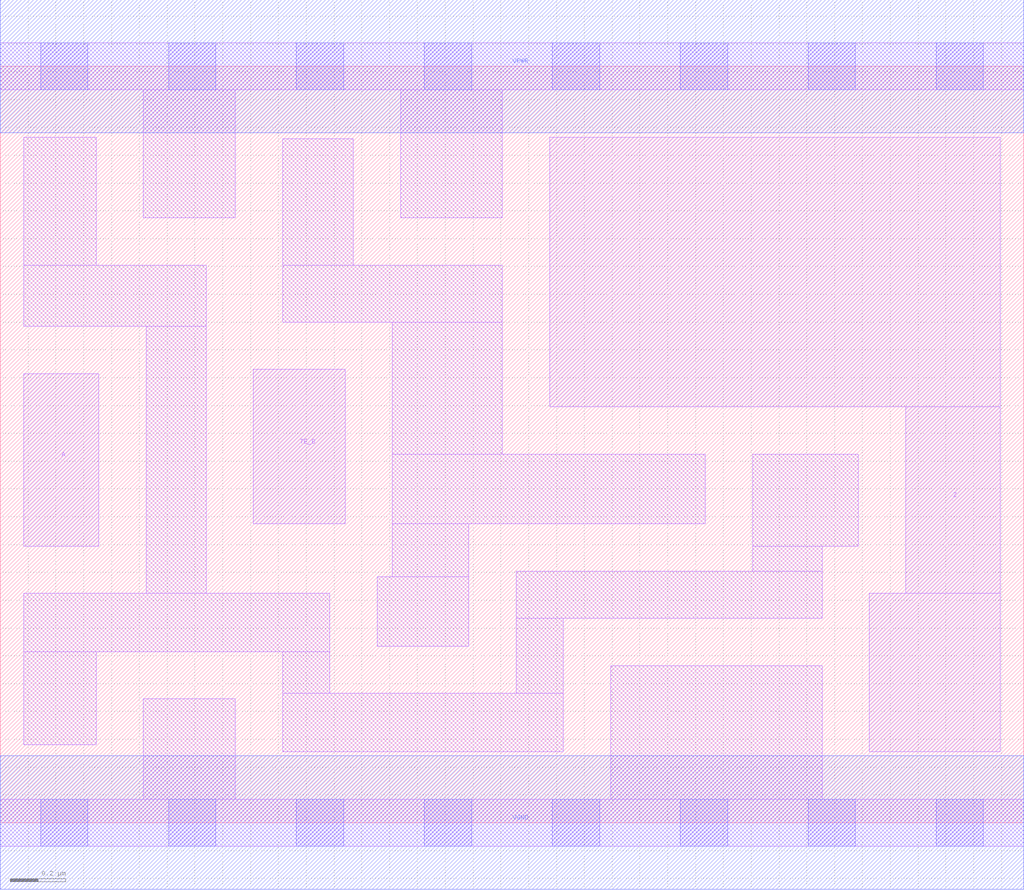
<source format=lef>
# Copyright 2020 The SkyWater PDK Authors
#
# Licensed under the Apache License, Version 2.0 (the "License");
# you may not use this file except in compliance with the License.
# You may obtain a copy of the License at
#
#     https://www.apache.org/licenses/LICENSE-2.0
#
# Unless required by applicable law or agreed to in writing, software
# distributed under the License is distributed on an "AS IS" BASIS,
# WITHOUT WARRANTIES OR CONDITIONS OF ANY KIND, either express or implied.
# See the License for the specific language governing permissions and
# limitations under the License.
#
# SPDX-License-Identifier: Apache-2.0

VERSION 5.7 ;
  NAMESCASESENSITIVE ON ;
  NOWIREEXTENSIONATPIN ON ;
  DIVIDERCHAR "/" ;
  BUSBITCHARS "[]" ;
UNITS
  DATABASE MICRONS 200 ;
END UNITS
MACRO sky130_fd_sc_hd__ebufn_1
  CLASS CORE ;
  FOREIGN sky130_fd_sc_hd__ebufn_1 ;
  ORIGIN  0.000000  0.000000 ;
  SIZE  3.680000 BY  2.720000 ;
  SYMMETRY X Y R90 ;
  SITE unithd ;
  PIN A
    ANTENNAGATEAREA  0.159000 ;
    DIRECTION INPUT ;
    USE SIGNAL ;
    PORT
      LAYER li1 ;
        RECT 0.085000 0.995000 0.355000 1.615000 ;
    END
  END A
  PIN TE_B
    ANTENNAGATEAREA  0.309000 ;
    DIRECTION INPUT ;
    USE SIGNAL ;
    PORT
      LAYER li1 ;
        RECT 0.910000 1.075000 1.240000 1.630000 ;
    END
  END TE_B
  PIN Z
    ANTENNADIFFAREA  0.601000 ;
    DIRECTION OUTPUT ;
    USE SIGNAL ;
    PORT
      LAYER li1 ;
        RECT 1.975000 1.495000 3.595000 2.465000 ;
        RECT 3.125000 0.255000 3.595000 0.825000 ;
        RECT 3.255000 0.825000 3.595000 1.495000 ;
    END
  END Z
  PIN VGND
    DIRECTION INOUT ;
    SHAPE ABUTMENT ;
    USE GROUND ;
    PORT
      LAYER met1 ;
        RECT 0.000000 -0.240000 3.680000 0.240000 ;
    END
  END VGND
  PIN VPWR
    DIRECTION INOUT ;
    SHAPE ABUTMENT ;
    USE POWER ;
    PORT
      LAYER met1 ;
        RECT 0.000000 2.480000 3.680000 2.960000 ;
    END
  END VPWR
  OBS
    LAYER li1 ;
      RECT 0.000000 -0.085000 3.680000 0.085000 ;
      RECT 0.000000  2.635000 3.680000 2.805000 ;
      RECT 0.085000  0.280000 0.345000 0.615000 ;
      RECT 0.085000  0.615000 1.185000 0.825000 ;
      RECT 0.085000  1.785000 0.740000 2.005000 ;
      RECT 0.085000  2.005000 0.345000 2.465000 ;
      RECT 0.515000  0.085000 0.845000 0.445000 ;
      RECT 0.515000  2.175000 0.845000 2.635000 ;
      RECT 0.525000  0.825000 0.740000 1.785000 ;
      RECT 1.015000  0.255000 2.025000 0.465000 ;
      RECT 1.015000  0.465000 1.185000 0.615000 ;
      RECT 1.015000  1.800000 1.805000 2.005000 ;
      RECT 1.015000  2.005000 1.270000 2.460000 ;
      RECT 1.355000  0.635000 1.685000 0.885000 ;
      RECT 1.410000  0.885000 1.685000 1.075000 ;
      RECT 1.410000  1.075000 2.535000 1.325000 ;
      RECT 1.410000  1.325000 1.805000 1.800000 ;
      RECT 1.440000  2.175000 1.805000 2.635000 ;
      RECT 1.855000  0.465000 2.025000 0.735000 ;
      RECT 1.855000  0.735000 2.955000 0.905000 ;
      RECT 2.195000  0.085000 2.955000 0.565000 ;
      RECT 2.705000  0.905000 2.955000 0.995000 ;
      RECT 2.705000  0.995000 3.085000 1.325000 ;
    LAYER mcon ;
      RECT 0.145000 -0.085000 0.315000 0.085000 ;
      RECT 0.145000  2.635000 0.315000 2.805000 ;
      RECT 0.605000 -0.085000 0.775000 0.085000 ;
      RECT 0.605000  2.635000 0.775000 2.805000 ;
      RECT 1.065000 -0.085000 1.235000 0.085000 ;
      RECT 1.065000  2.635000 1.235000 2.805000 ;
      RECT 1.525000 -0.085000 1.695000 0.085000 ;
      RECT 1.525000  2.635000 1.695000 2.805000 ;
      RECT 1.985000 -0.085000 2.155000 0.085000 ;
      RECT 1.985000  2.635000 2.155000 2.805000 ;
      RECT 2.445000 -0.085000 2.615000 0.085000 ;
      RECT 2.445000  2.635000 2.615000 2.805000 ;
      RECT 2.905000 -0.085000 3.075000 0.085000 ;
      RECT 2.905000  2.635000 3.075000 2.805000 ;
      RECT 3.365000 -0.085000 3.535000 0.085000 ;
      RECT 3.365000  2.635000 3.535000 2.805000 ;
  END
END sky130_fd_sc_hd__ebufn_1
END LIBRARY

</source>
